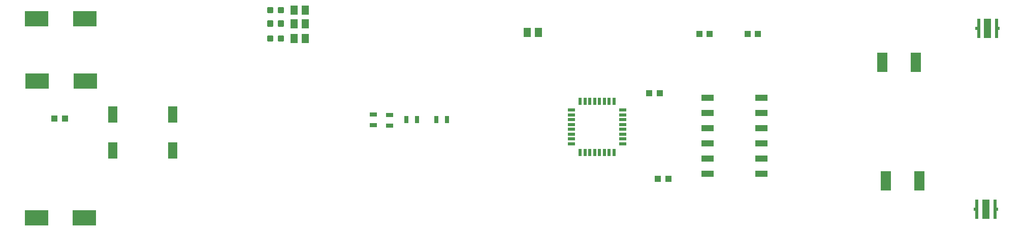
<source format=gtp>
G75*
%MOIN*%
%OFA0B0*%
%FSLAX25Y25*%
%IPPOS*%
%LPD*%
%AMOC8*
5,1,8,0,0,1.08239X$1,22.5*
%
%ADD10R,0.04331X0.03937*%
%ADD11R,0.07900X0.04300*%
%ADD12R,0.05000X0.02200*%
%ADD13R,0.02200X0.05000*%
%ADD14R,0.15748X0.09843*%
%ADD15R,0.06181X0.11102*%
%ADD16R,0.03150X0.04724*%
%ADD17R,0.04724X0.03150*%
%ADD18R,0.07087X0.12598*%
%ADD19R,0.05118X0.05906*%
%ADD20C,0.01181*%
%ADD21R,0.01969X0.12992*%
%ADD22R,0.01575X0.01969*%
%ADD23R,0.05118X0.12992*%
%ADD24R,0.03937X0.04331*%
D10*
X0139407Y0213992D03*
X0146100Y0213992D03*
X0529742Y0230665D03*
X0536435Y0230665D03*
X0535401Y0174209D03*
X0542094Y0174209D03*
D11*
X0567889Y0177634D03*
X0567889Y0187634D03*
X0567889Y0197634D03*
X0567889Y0207634D03*
X0567889Y0217634D03*
X0567889Y0227634D03*
X0603289Y0227634D03*
X0603289Y0217634D03*
X0603289Y0207634D03*
X0603289Y0197634D03*
X0603289Y0187634D03*
X0603289Y0177634D03*
D12*
X0512323Y0197484D03*
X0512323Y0200634D03*
X0512323Y0203783D03*
X0512323Y0206933D03*
X0512323Y0210083D03*
X0512323Y0213232D03*
X0512323Y0216382D03*
X0512323Y0219531D03*
X0478523Y0219531D03*
X0478523Y0216382D03*
X0478523Y0213232D03*
X0478523Y0210083D03*
X0478523Y0206933D03*
X0478523Y0203783D03*
X0478523Y0200634D03*
X0478523Y0197484D03*
D13*
X0484400Y0191608D03*
X0487549Y0191608D03*
X0490699Y0191608D03*
X0493848Y0191608D03*
X0496998Y0191608D03*
X0500148Y0191608D03*
X0503297Y0191608D03*
X0506447Y0191608D03*
X0506447Y0225408D03*
X0503297Y0225408D03*
X0500148Y0225408D03*
X0496998Y0225408D03*
X0493848Y0225408D03*
X0490699Y0225408D03*
X0487549Y0225408D03*
X0484400Y0225408D03*
D14*
X0127463Y0148539D03*
X0158959Y0148539D03*
X0159518Y0238547D03*
X0128022Y0238547D03*
X0127659Y0279642D03*
X0159156Y0279642D03*
D15*
X0177746Y0216831D03*
X0216801Y0216831D03*
X0216801Y0192972D03*
X0177746Y0192972D03*
D16*
X0370321Y0213461D03*
X0377407Y0213461D03*
X0389833Y0213461D03*
X0396919Y0213461D03*
D17*
X0359329Y0216413D03*
X0348423Y0216665D03*
X0348423Y0209579D03*
X0359329Y0209327D03*
D18*
X0682419Y0250902D03*
X0704467Y0250902D03*
X0706927Y0173146D03*
X0684880Y0173146D03*
D19*
X0457026Y0270587D03*
X0449545Y0270587D03*
X0303974Y0266650D03*
X0296494Y0266650D03*
X0296494Y0276492D03*
X0303974Y0276492D03*
X0303974Y0285350D03*
X0296494Y0285350D03*
D20*
X0289317Y0286728D02*
X0289317Y0283972D01*
X0286561Y0283972D01*
X0286561Y0286728D01*
X0289317Y0286728D01*
X0289317Y0285152D02*
X0286561Y0285152D01*
X0286561Y0286332D02*
X0289317Y0286332D01*
X0282411Y0286728D02*
X0282411Y0283972D01*
X0279655Y0283972D01*
X0279655Y0286728D01*
X0282411Y0286728D01*
X0282411Y0285152D02*
X0279655Y0285152D01*
X0279655Y0286332D02*
X0282411Y0286332D01*
X0282411Y0277870D02*
X0282411Y0275114D01*
X0279655Y0275114D01*
X0279655Y0277870D01*
X0282411Y0277870D01*
X0282411Y0276294D02*
X0279655Y0276294D01*
X0279655Y0277474D02*
X0282411Y0277474D01*
X0289317Y0277870D02*
X0289317Y0275114D01*
X0286561Y0275114D01*
X0286561Y0277870D01*
X0289317Y0277870D01*
X0289317Y0276294D02*
X0286561Y0276294D01*
X0286561Y0277474D02*
X0289317Y0277474D01*
X0289317Y0268028D02*
X0289317Y0265272D01*
X0286561Y0265272D01*
X0286561Y0268028D01*
X0289317Y0268028D01*
X0289317Y0266452D02*
X0286561Y0266452D01*
X0286561Y0267632D02*
X0289317Y0267632D01*
X0282411Y0268028D02*
X0282411Y0265272D01*
X0279655Y0265272D01*
X0279655Y0268028D01*
X0282411Y0268028D01*
X0282411Y0266452D02*
X0279655Y0266452D01*
X0279655Y0267632D02*
X0282411Y0267632D01*
D21*
X0745788Y0273472D03*
X0757599Y0273472D03*
X0756435Y0154445D03*
X0744624Y0154445D03*
D22*
X0743246Y0154445D03*
X0757813Y0154445D03*
X0758977Y0273472D03*
X0744410Y0273472D03*
D23*
X0751693Y0273472D03*
X0750530Y0154445D03*
D24*
X0600825Y0269602D03*
X0594132Y0269602D03*
X0569329Y0269602D03*
X0562636Y0269602D03*
M02*

</source>
